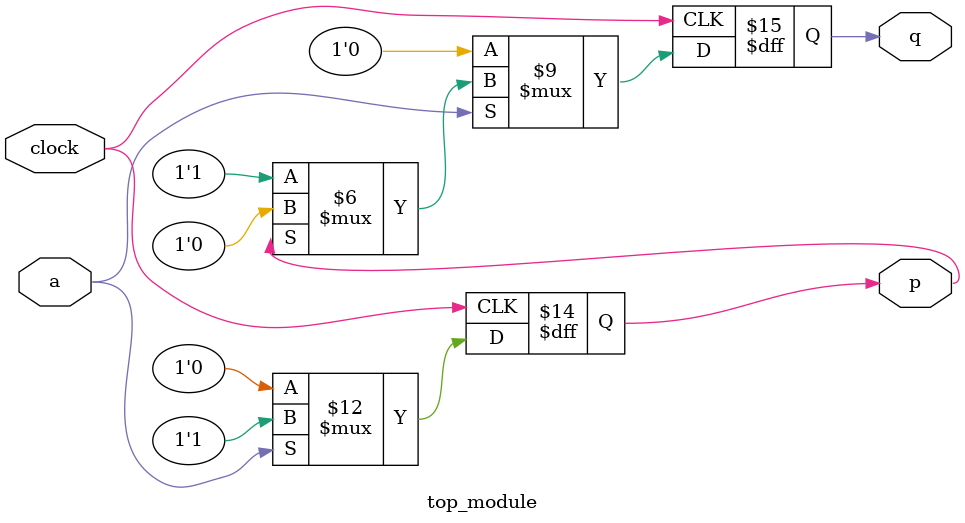
<source format=sv>
module top_module (
    input clock,
    input a, 
    output reg p,
    output reg q
);

always @(posedge clock) begin
    // Update p
    if (~a) begin
        p <= 0;
    end else begin
        p <= 1;
    end

    // Update q
    if (~a) begin
        q <= 0;
    end else begin
        if (p == 0) begin
            q <= 1;
        end else begin
            q <= 0;
        end
    end
end

endmodule

</source>
